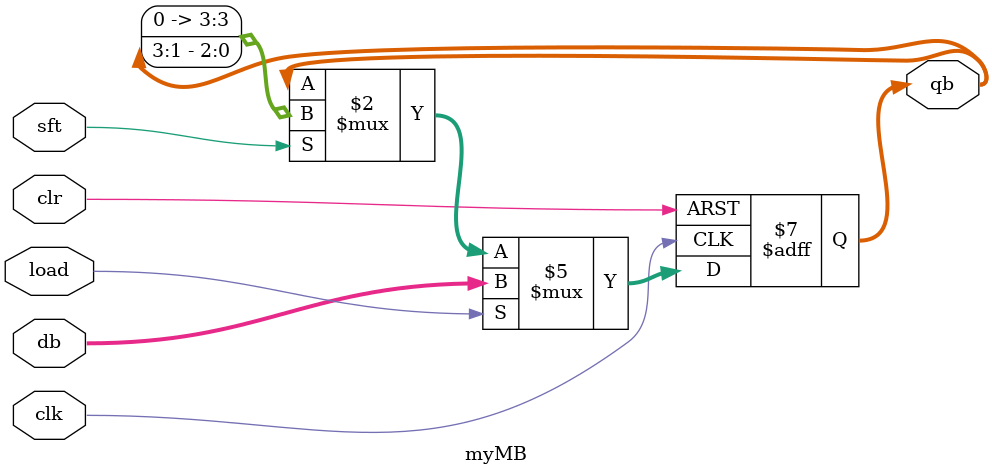
<source format=v>
`timescale 1ns / 1ps


module myMB (clk,clr,load,sft,db,qb);
	input clk, clr, load, sft;
	input [3:0] db;
	output [3:0] qb;
	reg [3:0] qb;
	always@(posedge clr or posedge clk)
	begin
		if(clr) qb <= 0;
		else if (load)
		qb <= db;
		else if (sft)
		qb <= { 1'b0, qb[3:1] };	//This does the shifting
	end
endmodule

</source>
